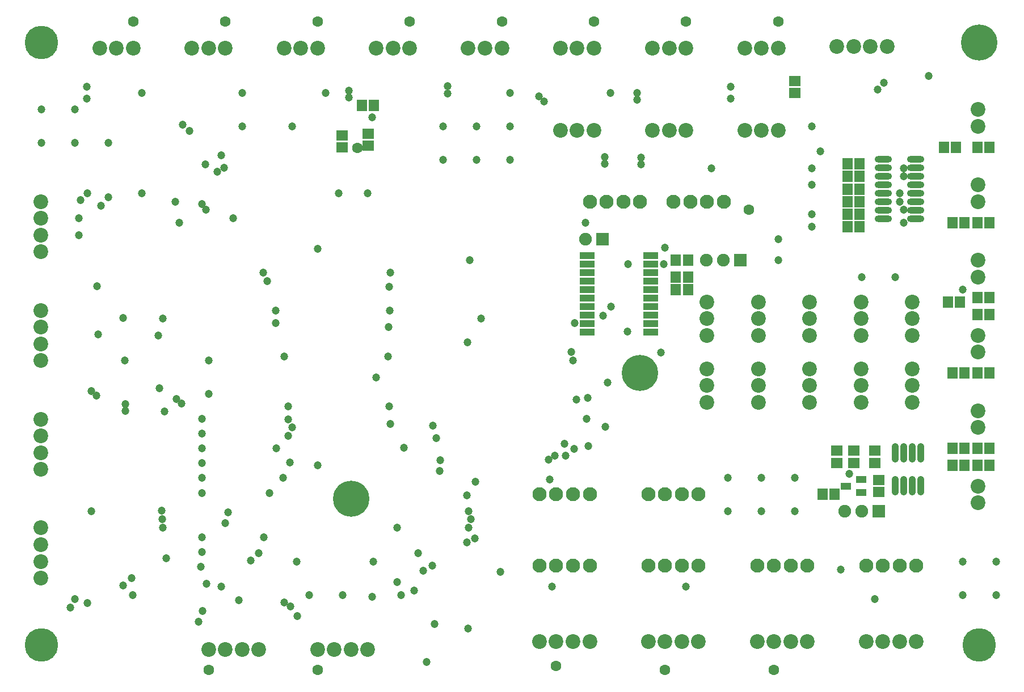
<source format=gbs>
G04 Layer_Color=16711935*
%FSAX44Y44*%
%MOMM*%
G71*
G01*
G75*
%ADD27C,5.0000*%
%ADD28C,1.2000*%
%ADD41R,1.8000X1.6000*%
%ADD42R,1.6000X1.8000*%
%ADD46C,2.2000*%
%ADD47C,2.1000*%
%ADD48C,1.9000*%
%ADD49R,1.9000X1.9000*%
%ADD50C,5.4000*%
%ADD51C,1.6000*%
%ADD52R,1.5500X1.0000*%
%ADD53R,2.3000X1.0500*%
%ADD54O,1.1000X2.9000*%
%ADD55O,2.6000X1.0000*%
D27*
X00310250Y01247750D02*
D03*
X01710250Y00347750D02*
D03*
X00310250D02*
D03*
D28*
X01560250Y00594250D02*
D03*
X00393694Y00884211D02*
D03*
X00491500Y00835250D02*
D03*
X00485250Y00810250D02*
D03*
X00551250Y00398750D02*
D03*
X00681249Y00620749D02*
D03*
X00691500Y00472750D02*
D03*
X01310250Y01060250D02*
D03*
X01585250Y00897750D02*
D03*
X01535250D02*
D03*
X01410250Y00922750D02*
D03*
Y00954000D02*
D03*
X00385250Y00547750D02*
D03*
X00885250Y00322750D02*
D03*
X00760250Y00422750D02*
D03*
X00710250D02*
D03*
X00810250Y00747750D02*
D03*
X00560250Y00722750D02*
D03*
X00460250Y01022750D02*
D03*
X00685250Y01122750D02*
D03*
X00610250D02*
D03*
X01010250Y01072750D02*
D03*
Y01122750D02*
D03*
X00960250D02*
D03*
Y01072750D02*
D03*
X00910250D02*
D03*
Y01122750D02*
D03*
X01435250Y00547750D02*
D03*
Y00597750D02*
D03*
X01385250Y00547750D02*
D03*
Y00597750D02*
D03*
X01335250D02*
D03*
Y00547750D02*
D03*
X01685250Y00422750D02*
D03*
Y00472750D02*
D03*
X01735250Y00422750D02*
D03*
Y00472750D02*
D03*
X01635250Y01197750D02*
D03*
X01160250Y01172750D02*
D03*
X01010250D02*
D03*
X00735250D02*
D03*
X00610250D02*
D03*
X00460250D02*
D03*
X00410250Y01097750D02*
D03*
X00360250D02*
D03*
Y01147750D02*
D03*
X00310250Y01097750D02*
D03*
Y01147750D02*
D03*
X01558250Y01177750D02*
D03*
X00660250Y00847750D02*
D03*
X00893750Y00466500D02*
D03*
X01460250Y01035250D02*
D03*
X00830625Y00847750D02*
D03*
X00847750Y00422750D02*
D03*
X01460250Y00991500D02*
D03*
X01516500Y00604000D02*
D03*
X00491500Y00522750D02*
D03*
X01472750Y01085250D02*
D03*
X01460250Y00972750D02*
D03*
X00831250Y00677750D02*
D03*
X01460250Y01060250D02*
D03*
X01597750Y00979000D02*
D03*
Y00997750D02*
D03*
X01597750Y00997750D02*
D03*
Y01047750D02*
D03*
Y01060250D02*
D03*
X00831000Y00904500D02*
D03*
X00829250Y00882750D02*
D03*
X00828000Y00779000D02*
D03*
X00830000Y00704000D02*
D03*
X01504000Y00460250D02*
D03*
X00948000Y00547500D02*
D03*
X01460250Y01122750D02*
D03*
X01272750Y00435250D02*
D03*
X00379000Y00410250D02*
D03*
X00679000Y00704000D02*
D03*
X00672750Y00779000D02*
D03*
X00829000Y00822750D02*
D03*
X00841500Y00522750D02*
D03*
Y00441500D02*
D03*
X00685250Y00672750D02*
D03*
X00679000Y00685250D02*
D03*
X00660250Y00829000D02*
D03*
X00647750Y00891500D02*
D03*
X00641500Y00904000D02*
D03*
X00435250Y00772750D02*
D03*
X00366500Y00985250D02*
D03*
Y00960250D02*
D03*
X00722750Y00616500D02*
D03*
X00872750Y00485250D02*
D03*
X00947750Y00372750D02*
D03*
X00897750Y00379000D02*
D03*
X00360250Y00416500D02*
D03*
X00557250Y00439750D02*
D03*
X00682250Y00405750D02*
D03*
X00548250Y00464750D02*
D03*
X00550250Y00574750D02*
D03*
X00651250D02*
D03*
X00550327Y00597750D02*
D03*
X00671230D02*
D03*
X00550558Y00619750D02*
D03*
X00550250Y00641750D02*
D03*
X00661250D02*
D03*
X00550250Y00663750D02*
D03*
Y00685750D02*
D03*
Y00508904D02*
D03*
X00642846D02*
D03*
X00550250Y00486750D02*
D03*
X00585250Y00529750D02*
D03*
X00491250Y00535750D02*
D03*
X00589250Y00545750D02*
D03*
X00490250Y00548750D02*
D03*
X00946250Y00799750D02*
D03*
X01106248Y00828749D02*
D03*
X01104000Y00772750D02*
D03*
X01235250Y00784750D02*
D03*
X00851250Y00642750D02*
D03*
X01069250Y00594750D02*
D03*
X00880520Y00458730D02*
D03*
X00866500Y00429000D02*
D03*
X00354000Y00404000D02*
D03*
X00579000Y00435250D02*
D03*
X00673250Y00411750D02*
D03*
X00605249Y00414750D02*
D03*
X00545250Y00382750D02*
D03*
X00692250Y00390750D02*
D03*
X00432250Y00436750D02*
D03*
X00447250Y00422440D02*
D03*
X00445250Y00447750D02*
D03*
X00635250Y00485250D02*
D03*
X00497250Y00477750D02*
D03*
X00623249Y00473750D02*
D03*
X01091250Y00648750D02*
D03*
X00948250Y00522750D02*
D03*
X00957507Y00506743D02*
D03*
X00995248Y00456750D02*
D03*
X00804250Y00419750D02*
D03*
X00806250Y00472750D02*
D03*
X00950250Y00922500D02*
D03*
X01149250Y00839750D02*
D03*
X00945249Y00500750D02*
D03*
X01161000Y00853750D02*
D03*
X01101248Y00785749D02*
D03*
X01239250Y00917200D02*
D03*
X01109248Y00714749D02*
D03*
X01077250Y00630750D02*
D03*
X01093248Y00630749D02*
D03*
X01105248Y00640749D02*
D03*
X01127248Y00644749D02*
D03*
X01124248Y00685749D02*
D03*
X00895250Y00675750D02*
D03*
X00900250Y00656750D02*
D03*
X00945250Y00571750D02*
D03*
X01126248Y00716749D02*
D03*
X01067978Y00625172D02*
D03*
X00906250Y00623750D02*
D03*
X00951414Y00535750D02*
D03*
X00905250Y00607750D02*
D03*
X01339250Y01163750D02*
D03*
Y01181750D02*
D03*
X01199250Y01162000D02*
D03*
Y01172500D02*
D03*
X00512250Y00715750D02*
D03*
X00436250Y00707750D02*
D03*
X01060962Y01160038D02*
D03*
X00436250Y00697250D02*
D03*
X00519675Y00708325D02*
D03*
X01053538Y01167462D02*
D03*
X00917250Y01172000D02*
D03*
Y01182500D02*
D03*
X00583249Y01060749D02*
D03*
X00804000Y01135750D02*
D03*
X00769250Y01165500D02*
D03*
Y01176000D02*
D03*
X00395493Y00811993D02*
D03*
X00432250Y00836750D02*
D03*
X00378250Y01163750D02*
D03*
Y01181750D02*
D03*
X00494250Y00696750D02*
D03*
X00487128Y00731750D02*
D03*
X01151250Y01077061D02*
D03*
Y01066561D02*
D03*
X01205250Y01065500D02*
D03*
Y01076000D02*
D03*
X00392841Y00720159D02*
D03*
X00385416Y00727584D02*
D03*
X00723250Y00939750D02*
D03*
X00531250Y01115750D02*
D03*
X00521250Y01124750D02*
D03*
X01568250Y01187750D02*
D03*
X00958249Y00591749D02*
D03*
X01186250Y00917200D02*
D03*
X00797750Y01022750D02*
D03*
X00754000D02*
D03*
X01185250Y00816500D02*
D03*
X01685250Y00879000D02*
D03*
X01241500Y00941500D02*
D03*
X01122750Y00979000D02*
D03*
X00679000Y00660250D02*
D03*
X00369250Y01012500D02*
D03*
X00399428Y01004000D02*
D03*
X00410250Y01016500D02*
D03*
X00560250Y00772750D02*
D03*
X00550249Y01006749D02*
D03*
X00579000Y01079000D02*
D03*
X00555250Y01065750D02*
D03*
X00572750Y01055241D02*
D03*
X00597240Y00985250D02*
D03*
X00516500Y00979000D02*
D03*
X00510250Y01010250D02*
D03*
X00379000Y01022750D02*
D03*
X00556250Y00997750D02*
D03*
X01072750Y00435250D02*
D03*
X01554000Y00416500D02*
D03*
X01155248Y00739749D02*
D03*
X01152250Y00673750D02*
D03*
X00966500Y00835250D02*
D03*
X01591500Y01022750D02*
D03*
Y01010250D02*
D03*
D41*
X01434750Y01172250D02*
D03*
Y01190250D02*
D03*
X00759750Y01091000D02*
D03*
Y01109000D02*
D03*
X00798250Y01093750D02*
D03*
Y01111750D02*
D03*
X01522750Y00620000D02*
D03*
Y00638000D02*
D03*
X01497750D02*
D03*
Y00620000D02*
D03*
X01554000D02*
D03*
Y00638000D02*
D03*
X01560250Y00594250D02*
D03*
Y00576250D02*
D03*
D42*
X01725500Y00641500D02*
D03*
X01707500D02*
D03*
X01257500Y00897750D02*
D03*
X01275500D02*
D03*
X01257500Y00879000D02*
D03*
X01275500D02*
D03*
X01725500Y01091500D02*
D03*
X01707500D02*
D03*
X01725500Y00616500D02*
D03*
X01707500D02*
D03*
X01725500Y00754000D02*
D03*
X01707500D02*
D03*
X01725500Y00841500D02*
D03*
X01707500D02*
D03*
X01725500Y00979000D02*
D03*
X01707500D02*
D03*
X01675500Y01091500D02*
D03*
X01657500D02*
D03*
X01688000Y00616500D02*
D03*
X01670000D02*
D03*
X01688000Y00641500D02*
D03*
X01670000D02*
D03*
X01688000Y00754000D02*
D03*
X01670000D02*
D03*
X01681750Y00860250D02*
D03*
X01663750D02*
D03*
X01688000Y00979000D02*
D03*
X01670000D02*
D03*
X01707500Y00866500D02*
D03*
X01725500D02*
D03*
X01257500Y00922750D02*
D03*
X01275500D02*
D03*
X00788750Y01154000D02*
D03*
X00806750D02*
D03*
X01494250Y00572750D02*
D03*
X01476250D02*
D03*
X01531750Y01010250D02*
D03*
X01513750D02*
D03*
X01531750Y01066500D02*
D03*
X01513750D02*
D03*
X01531750Y01047750D02*
D03*
X01513750D02*
D03*
X01531750Y01029000D02*
D03*
X01513750D02*
D03*
X01531750Y00991500D02*
D03*
X01513750D02*
D03*
X01531750Y00972750D02*
D03*
X01513750D02*
D03*
D46*
X01054000Y00353250D02*
D03*
X01079000D02*
D03*
X01129000D02*
D03*
X01104000D02*
D03*
X01522750Y01242270D02*
D03*
X01497750D02*
D03*
X01547750D02*
D03*
X01572750D02*
D03*
X01216500Y00353250D02*
D03*
X01241500D02*
D03*
X01291500D02*
D03*
X01266500D02*
D03*
X01429000D02*
D03*
X01454000D02*
D03*
X01404000D02*
D03*
X01379000D02*
D03*
X01541500D02*
D03*
X01566500D02*
D03*
X01616500D02*
D03*
X01591500D02*
D03*
X00309500Y00472750D02*
D03*
Y00447750D02*
D03*
Y00497750D02*
D03*
Y00522750D02*
D03*
X00560250Y00340750D02*
D03*
X00585250D02*
D03*
X00635250D02*
D03*
X00610250D02*
D03*
X00772750D02*
D03*
X00797750D02*
D03*
X00747750D02*
D03*
X00722750D02*
D03*
X00309500Y00685250D02*
D03*
Y00660250D02*
D03*
Y00610250D02*
D03*
Y00635250D02*
D03*
Y00797750D02*
D03*
Y00772750D02*
D03*
Y00822750D02*
D03*
Y00847750D02*
D03*
Y01010250D02*
D03*
Y00985250D02*
D03*
Y00935250D02*
D03*
Y00960250D02*
D03*
X01708250Y01122767D02*
D03*
Y01147767D02*
D03*
Y01035267D02*
D03*
Y01010267D02*
D03*
Y00897767D02*
D03*
Y00922767D02*
D03*
Y00810267D02*
D03*
Y00785267D02*
D03*
Y00672767D02*
D03*
Y00697767D02*
D03*
Y00585267D02*
D03*
Y00560267D02*
D03*
X01272750Y01239500D02*
D03*
X01247750D02*
D03*
X01222750D02*
D03*
X00810250D02*
D03*
X00835250D02*
D03*
X00860250D02*
D03*
X00447750D02*
D03*
X00422750D02*
D03*
X00397750D02*
D03*
X01360250Y01239500D02*
D03*
X01385250D02*
D03*
X01410250D02*
D03*
X00997750Y01239500D02*
D03*
X00972750D02*
D03*
X00947750D02*
D03*
X00535250D02*
D03*
X00560250D02*
D03*
X00585250D02*
D03*
X01135250D02*
D03*
X01110250D02*
D03*
X01085250D02*
D03*
X00672750D02*
D03*
X00697750D02*
D03*
X00722750D02*
D03*
X01360250Y01116500D02*
D03*
X01385250D02*
D03*
X01410250D02*
D03*
X01304000Y00860250D02*
D03*
Y00835250D02*
D03*
Y00810250D02*
D03*
Y00710250D02*
D03*
Y00735250D02*
D03*
Y00760250D02*
D03*
X01380562Y00860250D02*
D03*
Y00835250D02*
D03*
Y00810250D02*
D03*
Y00710250D02*
D03*
Y00735250D02*
D03*
Y00760250D02*
D03*
X01457125Y00860250D02*
D03*
Y00835250D02*
D03*
Y00810250D02*
D03*
Y00710250D02*
D03*
Y00735250D02*
D03*
Y00760250D02*
D03*
X01533687Y00860250D02*
D03*
Y00835250D02*
D03*
Y00810250D02*
D03*
Y00710250D02*
D03*
Y00735250D02*
D03*
Y00760250D02*
D03*
X01610250Y00860250D02*
D03*
Y00835250D02*
D03*
Y00810250D02*
D03*
Y00710250D02*
D03*
Y00735250D02*
D03*
Y00760250D02*
D03*
X01135250Y01116500D02*
D03*
X01110250D02*
D03*
X01085250D02*
D03*
X01222750D02*
D03*
X01247750D02*
D03*
X01272750D02*
D03*
D47*
X01216500Y00572750D02*
D03*
X01241500D02*
D03*
X01291500D02*
D03*
X01266500D02*
D03*
X01104000D02*
D03*
X01129000D02*
D03*
X01079000D02*
D03*
X01054000D02*
D03*
X01541500Y00466500D02*
D03*
X01566500D02*
D03*
X01616500D02*
D03*
X01591500D02*
D03*
X01429000D02*
D03*
X01454000D02*
D03*
X01404000D02*
D03*
X01379000D02*
D03*
X01054000D02*
D03*
X01079000D02*
D03*
X01129000D02*
D03*
X01104000D02*
D03*
X01266500D02*
D03*
X01291500D02*
D03*
X01241500D02*
D03*
X01216500D02*
D03*
X01204000Y01010250D02*
D03*
X01179000D02*
D03*
X01129000D02*
D03*
X01154000D02*
D03*
X01279000D02*
D03*
X01254000D02*
D03*
X01304000D02*
D03*
X01329000D02*
D03*
D48*
X01303200Y00922750D02*
D03*
X01328600D02*
D03*
X01534850Y00547750D02*
D03*
X01509450D02*
D03*
X01122750Y00954000D02*
D03*
D49*
X01354000Y00922750D02*
D03*
X01560250Y00547750D02*
D03*
X01148150Y00954000D02*
D03*
D50*
X00772750Y00566500D02*
D03*
X01204000Y00754000D02*
D03*
X01710250Y01247750D02*
D03*
D51*
X00782250Y01090750D02*
D03*
X00560250Y00310250D02*
D03*
X00722750D02*
D03*
X01366500Y00997750D02*
D03*
X01404000Y00310250D02*
D03*
X01241500D02*
D03*
X01079000Y00316500D02*
D03*
X00447750Y01279000D02*
D03*
X00585250D02*
D03*
X00722750D02*
D03*
X00860250D02*
D03*
X00997750D02*
D03*
X01135250D02*
D03*
X01272750D02*
D03*
X01410250D02*
D03*
D52*
X01511500Y00585250D02*
D03*
X01534000Y00575750D02*
D03*
Y00594750D02*
D03*
D53*
X01220250Y00929900D02*
D03*
Y00917200D02*
D03*
Y00904500D02*
D03*
Y00891800D02*
D03*
Y00879100D02*
D03*
Y00866400D02*
D03*
Y00853700D02*
D03*
Y00841000D02*
D03*
Y00828300D02*
D03*
Y00815600D02*
D03*
X01125250Y00929900D02*
D03*
Y00917200D02*
D03*
Y00904500D02*
D03*
Y00891800D02*
D03*
Y00879100D02*
D03*
Y00866400D02*
D03*
Y00853700D02*
D03*
Y00841000D02*
D03*
Y00828300D02*
D03*
Y00815600D02*
D03*
D54*
X01623050Y00585750D02*
D03*
X01610350D02*
D03*
X01597650D02*
D03*
X01584950D02*
D03*
X01623050Y00634750D02*
D03*
X01610350D02*
D03*
X01597650D02*
D03*
X01584950D02*
D03*
D55*
X01615500Y01073450D02*
D03*
Y01060750D02*
D03*
Y01048050D02*
D03*
Y01035350D02*
D03*
Y01022650D02*
D03*
Y01009950D02*
D03*
Y00997250D02*
D03*
Y00984550D02*
D03*
X01567500Y01073450D02*
D03*
Y01060750D02*
D03*
Y01048050D02*
D03*
Y01035350D02*
D03*
Y01022650D02*
D03*
Y01009950D02*
D03*
Y00997250D02*
D03*
Y00984550D02*
D03*
M02*

</source>
